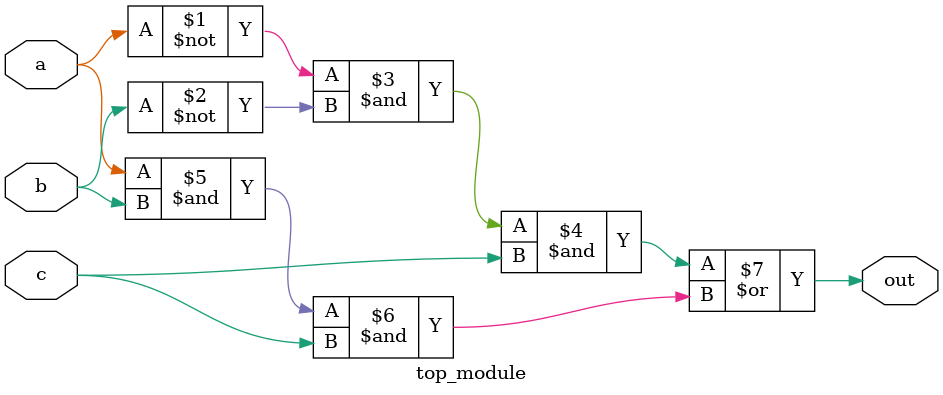
<source format=sv>
module top_module(
	input a, 
	input b,
	input c,
	output out
);
	
	// combinational logic
	assign out = (~a & ~b & c) | (a & b & c);
	
endmodule

</source>
